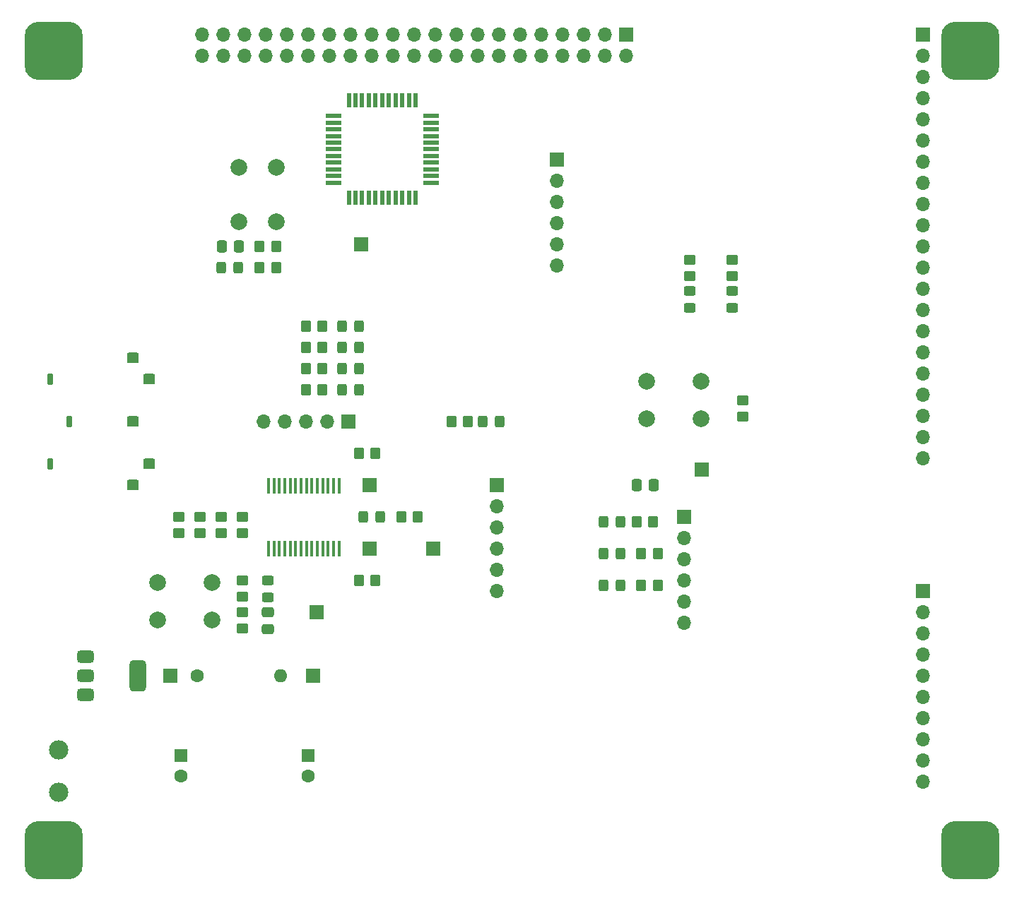
<source format=gbr>
%TF.GenerationSoftware,KiCad,Pcbnew,9.0.0*%
%TF.CreationDate,2025-04-03T15:03:38-06:00*%
%TF.ProjectId,Midi Bass Sch,4d696469-2042-4617-9373-205363682e6b,rev?*%
%TF.SameCoordinates,Original*%
%TF.FileFunction,Soldermask,Top*%
%TF.FilePolarity,Negative*%
%FSLAX46Y46*%
G04 Gerber Fmt 4.6, Leading zero omitted, Abs format (unit mm)*
G04 Created by KiCad (PCBNEW 9.0.0) date 2025-04-03 15:03:38*
%MOMM*%
%LPD*%
G01*
G04 APERTURE LIST*
G04 Aperture macros list*
%AMRoundRect*
0 Rectangle with rounded corners*
0 $1 Rounding radius*
0 $2 $3 $4 $5 $6 $7 $8 $9 X,Y pos of 4 corners*
0 Add a 4 corners polygon primitive as box body*
4,1,4,$2,$3,$4,$5,$6,$7,$8,$9,$2,$3,0*
0 Add four circle primitives for the rounded corners*
1,1,$1+$1,$2,$3*
1,1,$1+$1,$4,$5*
1,1,$1+$1,$6,$7*
1,1,$1+$1,$8,$9*
0 Add four rect primitives between the rounded corners*
20,1,$1+$1,$2,$3,$4,$5,0*
20,1,$1+$1,$4,$5,$6,$7,0*
20,1,$1+$1,$6,$7,$8,$9,0*
20,1,$1+$1,$8,$9,$2,$3,0*%
G04 Aperture macros list end*
%ADD10RoundRect,1.746250X-1.746250X-1.746250X1.746250X-1.746250X1.746250X1.746250X-1.746250X1.746250X0*%
%ADD11R,1.905000X0.550000*%
%ADD12R,0.550000X1.778000*%
%ADD13R,1.700000X1.700000*%
%ADD14O,1.700000X1.700000*%
%ADD15RoundRect,0.190500X-0.508000X-0.444500X0.508000X-0.444500X0.508000X0.444500X-0.508000X0.444500X0*%
%ADD16RoundRect,0.095250X-0.222250X0.603250X-0.222250X-0.603250X0.222250X-0.603250X0.222250X0.603250X0*%
%ADD17RoundRect,0.250000X0.325000X0.450000X-0.325000X0.450000X-0.325000X-0.450000X0.325000X-0.450000X0*%
%ADD18R,1.600000X1.600000*%
%ADD19C,1.600000*%
%ADD20RoundRect,0.250000X-0.450000X0.325000X-0.450000X-0.325000X0.450000X-0.325000X0.450000X0.325000X0*%
%ADD21RoundRect,0.250000X0.450000X-0.350000X0.450000X0.350000X-0.450000X0.350000X-0.450000X-0.350000X0*%
%ADD22RoundRect,0.250000X-0.350000X-0.450000X0.350000X-0.450000X0.350000X0.450000X-0.350000X0.450000X0*%
%ADD23RoundRect,0.250000X0.350000X0.450000X-0.350000X0.450000X-0.350000X-0.450000X0.350000X-0.450000X0*%
%ADD24RoundRect,0.250000X-0.325000X-0.450000X0.325000X-0.450000X0.325000X0.450000X-0.325000X0.450000X0*%
%ADD25RoundRect,0.250000X0.450000X-0.325000X0.450000X0.325000X-0.450000X0.325000X-0.450000X-0.325000X0*%
%ADD26RoundRect,0.250000X-0.337500X-0.475000X0.337500X-0.475000X0.337500X0.475000X-0.337500X0.475000X0*%
%ADD27C,2.000000*%
%ADD28R,0.400000X1.900000*%
%ADD29C,2.311400*%
%ADD30RoundRect,0.250000X-0.475000X0.337500X-0.475000X-0.337500X0.475000X-0.337500X0.475000X0.337500X0*%
%ADD31RoundRect,0.375000X-0.625000X-0.375000X0.625000X-0.375000X0.625000X0.375000X-0.625000X0.375000X0*%
%ADD32RoundRect,0.500000X-0.500000X-1.400000X0.500000X-1.400000X0.500000X1.400000X-0.500000X1.400000X0*%
%ADD33RoundRect,0.250000X-0.450000X0.350000X-0.450000X-0.350000X0.450000X-0.350000X0.450000X0.350000X0*%
%ADD34O,1.600000X1.600000*%
G04 APERTURE END LIST*
D10*
%TO.C,REF\u002A\u002A*%
X199390000Y-131445000D03*
%TD*%
%TO.C,REF\u002A\u002A*%
X199390000Y-227330000D03*
%TD*%
%TO.C,REF\u002A\u002A*%
X89535000Y-227330000D03*
%TD*%
%TO.C,REF\u002A\u002A*%
X89535000Y-131445000D03*
%TD*%
D11*
%TO.C,U2*%
X123063000Y-139265000D03*
X123063000Y-140065000D03*
X123063000Y-140865000D03*
X123063000Y-141665000D03*
X123063000Y-142465000D03*
X123063000Y-143265000D03*
X123063000Y-144065000D03*
X123063000Y-144865000D03*
X123063000Y-145665000D03*
X123063000Y-146465000D03*
X123063000Y-147265000D03*
D12*
X124905000Y-149107000D03*
X125705000Y-149107000D03*
X126505000Y-149107000D03*
X127305000Y-149107000D03*
X128105000Y-149107000D03*
X128905000Y-149107000D03*
X129705000Y-149107000D03*
X130505000Y-149107000D03*
X131305000Y-149107000D03*
X132105000Y-149107000D03*
X132905000Y-149107000D03*
D11*
X134747000Y-147265000D03*
X134747000Y-146465000D03*
X134747000Y-145665000D03*
X134747000Y-144865000D03*
X134747000Y-144065000D03*
X134747000Y-143265000D03*
X134747000Y-142465000D03*
X134747000Y-141665000D03*
X134747000Y-140865000D03*
X134747000Y-140065000D03*
X134747000Y-139265000D03*
D12*
X132905000Y-137423000D03*
X132105000Y-137423000D03*
X131305000Y-137423000D03*
X130505000Y-137423000D03*
X129705000Y-137423000D03*
X128905000Y-137423000D03*
X128105000Y-137423000D03*
X127305000Y-137423000D03*
X126505000Y-137423000D03*
X125705000Y-137423000D03*
X124905000Y-137423000D03*
%TD*%
D13*
%TO.C,J4*%
X158115000Y-129540000D03*
D14*
X158115000Y-132080000D03*
X155575000Y-129540000D03*
X155575000Y-132080000D03*
X153035000Y-129540000D03*
X153035000Y-132080000D03*
X150495000Y-129540000D03*
X150495000Y-132080000D03*
X147955000Y-129540000D03*
X147955000Y-132080000D03*
X145415000Y-129540000D03*
X145415000Y-132080000D03*
X142875000Y-129540000D03*
X142875000Y-132080000D03*
X140335000Y-129540000D03*
X140335000Y-132080000D03*
X137795000Y-129540000D03*
X137795000Y-132080000D03*
X135255000Y-129540000D03*
X135255000Y-132080000D03*
X132715000Y-129540000D03*
X132715000Y-132080000D03*
X130175000Y-129540000D03*
X130175000Y-132080000D03*
X127635000Y-129540000D03*
X127635000Y-132080000D03*
X125095000Y-129540000D03*
X125095000Y-132080000D03*
X122555000Y-129540000D03*
X122555000Y-132080000D03*
X120015000Y-129540000D03*
X120015000Y-132080000D03*
X117475000Y-129540000D03*
X117475000Y-132080000D03*
X114935000Y-129540000D03*
X114935000Y-132080000D03*
X112395000Y-129540000D03*
X112395000Y-132080000D03*
X109855000Y-129540000D03*
X109855000Y-132080000D03*
X107315000Y-129540000D03*
X107315000Y-132080000D03*
%TD*%
D13*
%TO.C,J8*%
X193675000Y-129540000D03*
D14*
X193675000Y-132080000D03*
X193675000Y-134620000D03*
X193675000Y-137160000D03*
X193675000Y-139700000D03*
X193675000Y-142240000D03*
X193675000Y-144780000D03*
X193675000Y-147320000D03*
X193675000Y-149860000D03*
X193675000Y-152400000D03*
X193675000Y-154940000D03*
X193675000Y-157480000D03*
X193675000Y-160020000D03*
X193675000Y-162560000D03*
X193675000Y-165100000D03*
X193675000Y-167640000D03*
X193675000Y-170180000D03*
X193675000Y-172720000D03*
X193675000Y-175260000D03*
X193675000Y-177800000D03*
X193675000Y-180340000D03*
%TD*%
D15*
%TO.C,J1*%
X99060000Y-183515000D03*
X99060000Y-175895000D03*
X99060000Y-168275000D03*
X100965000Y-180975000D03*
X100965000Y-170815000D03*
D16*
X91440000Y-175895000D03*
X89154000Y-170815000D03*
X89154000Y-180975000D03*
%TD*%
D13*
%TO.C,TP8*%
X120650000Y-206375000D03*
%TD*%
D17*
%TO.C,D4*%
X126120000Y-169545000D03*
X124070000Y-169545000D03*
%TD*%
D13*
%TO.C,TP4*%
X127390000Y-183515000D03*
%TD*%
D18*
%TO.C,C4*%
X104775000Y-215940000D03*
D19*
X104775000Y-218440000D03*
%TD*%
D20*
%TO.C,D5*%
X115198000Y-194945000D03*
X115198000Y-196995000D03*
%TD*%
D21*
%TO.C,R17*%
X165735000Y-158505000D03*
X165735000Y-156505000D03*
%TD*%
D13*
%TO.C,TP7*%
X103505000Y-206375000D03*
%TD*%
%TO.C,SW1*%
X124845000Y-175895000D03*
D14*
X122305000Y-175895000D03*
X119765000Y-175895000D03*
X117225000Y-175895000D03*
X114685000Y-175895000D03*
%TD*%
D22*
%TO.C,R12*%
X126120000Y-194945000D03*
X128120000Y-194945000D03*
%TD*%
D18*
%TO.C,C6*%
X120015000Y-215940000D03*
D19*
X120015000Y-218440000D03*
%TD*%
D23*
%TO.C,R8*%
X121770000Y-169545000D03*
X119770000Y-169545000D03*
%TD*%
D17*
%TO.C,D2*%
X126120000Y-164465000D03*
X124070000Y-164465000D03*
%TD*%
D24*
%TO.C,D12*%
X155430000Y-191770000D03*
X157480000Y-191770000D03*
%TD*%
D13*
%TO.C,TP3*%
X127390000Y-191135000D03*
%TD*%
D21*
%TO.C,R7*%
X107070000Y-189325000D03*
X107070000Y-187325000D03*
%TD*%
D17*
%TO.C,D6*%
X126120000Y-172085000D03*
X124070000Y-172085000D03*
%TD*%
D24*
%TO.C,D11*%
X155430000Y-187960000D03*
X157480000Y-187960000D03*
%TD*%
D25*
%TO.C,D9*%
X165735000Y-162315000D03*
X165735000Y-160265000D03*
%TD*%
D21*
%TO.C,R19*%
X172085000Y-175355000D03*
X172085000Y-173355000D03*
%TD*%
D17*
%TO.C,D7*%
X143017500Y-175897500D03*
X140967500Y-175897500D03*
%TD*%
D26*
%TO.C,C2*%
X109685000Y-154940000D03*
X111760000Y-154940000D03*
%TD*%
D22*
%TO.C,R13*%
X126120000Y-179705000D03*
X128120000Y-179705000D03*
%TD*%
D13*
%TO.C,J2*%
X142630000Y-183515000D03*
D14*
X142630000Y-186055000D03*
X142630000Y-188595000D03*
X142630000Y-191135000D03*
X142630000Y-193675000D03*
X142630000Y-196215000D03*
%TD*%
D21*
%TO.C,R10*%
X112150000Y-189325000D03*
X112150000Y-187325000D03*
%TD*%
D13*
%TO.C,J7*%
X193675000Y-196215000D03*
D14*
X193675000Y-198755000D03*
X193675000Y-201295000D03*
X193675000Y-203835000D03*
X193675000Y-206375000D03*
X193675000Y-208915000D03*
X193675000Y-211455000D03*
X193675000Y-213995000D03*
X193675000Y-216535000D03*
X193675000Y-219075000D03*
%TD*%
D27*
%TO.C,SW4*%
X160580000Y-171105000D03*
X167080000Y-171105000D03*
X160580000Y-175605000D03*
X167080000Y-175605000D03*
%TD*%
D28*
%TO.C,U1*%
X115280000Y-191135000D03*
X115930000Y-191135000D03*
X116580000Y-191135000D03*
X117230000Y-191135000D03*
X117880000Y-191135000D03*
X118530000Y-191135000D03*
X119180000Y-191135000D03*
X119830000Y-191135000D03*
X120480000Y-191135000D03*
X121130000Y-191135000D03*
X121780000Y-191135000D03*
X122430000Y-191135000D03*
X123080000Y-191135000D03*
X123730000Y-191135000D03*
X123730000Y-183635000D03*
X123080000Y-183635000D03*
X122430000Y-183635000D03*
X121780000Y-183635000D03*
X121130000Y-183635000D03*
X120480000Y-183635000D03*
X119830000Y-183635000D03*
X119180000Y-183635000D03*
X118530000Y-183635000D03*
X117880000Y-183635000D03*
X117230000Y-183635000D03*
X116580000Y-183635000D03*
X115930000Y-183635000D03*
X115280000Y-183635000D03*
%TD*%
D23*
%TO.C,R4*%
X121770000Y-167005000D03*
X119770000Y-167005000D03*
%TD*%
D27*
%TO.C,SW2*%
X101990000Y-195235000D03*
X108490000Y-195235000D03*
X101990000Y-199735000D03*
X108490000Y-199735000D03*
%TD*%
D21*
%TO.C,R6*%
X104530000Y-189325000D03*
X104530000Y-187325000D03*
%TD*%
D29*
%TO.C,J9*%
X90170000Y-215265000D03*
X90170000Y-220345000D03*
%TD*%
D26*
%TO.C,C3*%
X159385000Y-183515000D03*
X161460000Y-183515000D03*
%TD*%
D13*
%TO.C,J3*%
X149860000Y-144535000D03*
D14*
X149860000Y-147075000D03*
X149860000Y-149615000D03*
X149860000Y-152155000D03*
X149860000Y-154695000D03*
X149860000Y-157235000D03*
%TD*%
D27*
%TO.C,SW3*%
X116205000Y-145415000D03*
X116205000Y-151915000D03*
X111705000Y-145415000D03*
X111705000Y-151915000D03*
%TD*%
D13*
%TO.C,TP2*%
X121040000Y-198755000D03*
%TD*%
D30*
%TO.C,C1*%
X115198000Y-198755000D03*
X115198000Y-200830000D03*
%TD*%
D22*
%TO.C,R16*%
X114205000Y-157480000D03*
X116205000Y-157480000D03*
%TD*%
D13*
%TO.C,TP6*%
X167202500Y-181695000D03*
%TD*%
D23*
%TO.C,R14*%
X139207500Y-175897500D03*
X137207500Y-175897500D03*
%TD*%
D21*
%TO.C,R9*%
X109610000Y-189325000D03*
X109610000Y-187325000D03*
%TD*%
D24*
%TO.C,D8*%
X109615000Y-157480000D03*
X111665000Y-157480000D03*
%TD*%
D31*
%TO.C,U4*%
X93370000Y-204075000D03*
X93370000Y-206375000D03*
D32*
X99670000Y-206375000D03*
D31*
X93370000Y-208675000D03*
%TD*%
D22*
%TO.C,R20*%
X159385000Y-187960000D03*
X161385000Y-187960000D03*
%TD*%
%TO.C,R15*%
X114205000Y-154940000D03*
X116205000Y-154940000D03*
%TD*%
D24*
%TO.C,D13*%
X155430000Y-195580000D03*
X157480000Y-195580000D03*
%TD*%
D13*
%TO.C,TP1*%
X135010000Y-191135000D03*
%TD*%
D25*
%TO.C,D10*%
X170815000Y-162315000D03*
X170815000Y-160265000D03*
%TD*%
D22*
%TO.C,R2*%
X131200000Y-187325000D03*
X133200000Y-187325000D03*
%TD*%
D23*
%TO.C,R11*%
X121770000Y-172085000D03*
X119770000Y-172085000D03*
%TD*%
%TO.C,R22*%
X161925000Y-195580000D03*
X159925000Y-195580000D03*
%TD*%
D33*
%TO.C,R5*%
X112150000Y-198755000D03*
X112150000Y-200755000D03*
%TD*%
D13*
%TO.C,TP5*%
X126365000Y-154695000D03*
%TD*%
D24*
%TO.C,D1*%
X126610000Y-187325000D03*
X128660000Y-187325000D03*
%TD*%
D17*
%TO.C,D3*%
X126120000Y-167005000D03*
X124070000Y-167005000D03*
%TD*%
D22*
%TO.C,R21*%
X159925000Y-191770000D03*
X161925000Y-191770000D03*
%TD*%
D21*
%TO.C,R18*%
X170815000Y-158505000D03*
X170815000Y-156505000D03*
%TD*%
D19*
%TO.C,L1*%
X106760000Y-206375000D03*
D34*
X116760000Y-206375000D03*
%TD*%
D23*
%TO.C,R3*%
X121770000Y-164465000D03*
X119770000Y-164465000D03*
%TD*%
D33*
%TO.C,R1*%
X112150000Y-194945000D03*
X112150000Y-196945000D03*
%TD*%
D13*
%TO.C,J6*%
X165100000Y-187325000D03*
D14*
X165100000Y-189865000D03*
X165100000Y-192405000D03*
X165100000Y-194945000D03*
X165100000Y-197485000D03*
X165100000Y-200025000D03*
%TD*%
M02*

</source>
